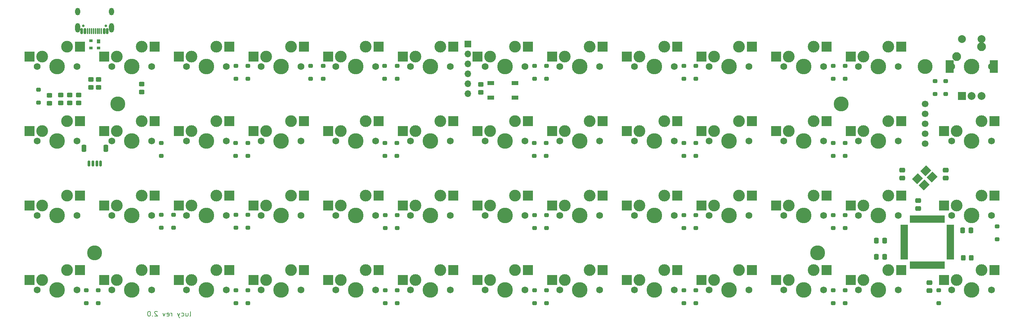
<source format=gbs>
G04 #@! TF.GenerationSoftware,KiCad,Pcbnew,(6.0.5-0)*
G04 #@! TF.CreationDate,2022-09-01T08:31:32-05:00*
G04 #@! TF.ProjectId,pcb,7063622e-6b69-4636-9164-5f7063625858,rev?*
G04 #@! TF.SameCoordinates,Original*
G04 #@! TF.FileFunction,Soldermask,Bot*
G04 #@! TF.FilePolarity,Negative*
%FSLAX46Y46*%
G04 Gerber Fmt 4.6, Leading zero omitted, Abs format (unit mm)*
G04 Created by KiCad (PCBNEW (6.0.5-0)) date 2022-09-01 08:31:32*
%MOMM*%
%LPD*%
G01*
G04 APERTURE LIST*
G04 Aperture macros list*
%AMRoundRect*
0 Rectangle with rounded corners*
0 $1 Rounding radius*
0 $2 $3 $4 $5 $6 $7 $8 $9 X,Y pos of 4 corners*
0 Add a 4 corners polygon primitive as box body*
4,1,4,$2,$3,$4,$5,$6,$7,$8,$9,$2,$3,0*
0 Add four circle primitives for the rounded corners*
1,1,$1+$1,$2,$3*
1,1,$1+$1,$4,$5*
1,1,$1+$1,$6,$7*
1,1,$1+$1,$8,$9*
0 Add four rect primitives between the rounded corners*
20,1,$1+$1,$2,$3,$4,$5,0*
20,1,$1+$1,$4,$5,$6,$7,0*
20,1,$1+$1,$6,$7,$8,$9,0*
20,1,$1+$1,$8,$9,$2,$3,0*%
%AMRotRect*
0 Rectangle, with rotation*
0 The origin of the aperture is its center*
0 $1 length*
0 $2 width*
0 $3 Rotation angle, in degrees counterclockwise*
0 Add horizontal line*
21,1,$1,$2,0,0,$3*%
G04 Aperture macros list end*
%ADD10C,0.200000*%
%ADD11C,3.000000*%
%ADD12C,1.750000*%
%ADD13C,3.987800*%
%ADD14R,2.550000X2.500000*%
%ADD15R,2.000000X2.000000*%
%ADD16C,2.000000*%
%ADD17R,2.000000X3.200000*%
%ADD18C,3.800000*%
%ADD19C,2.250000*%
%ADD20RoundRect,0.250000X-0.475000X0.337500X-0.475000X-0.337500X0.475000X-0.337500X0.475000X0.337500X0*%
%ADD21RoundRect,0.250000X0.350000X-0.250000X0.350000X0.250000X-0.350000X0.250000X-0.350000X-0.250000X0*%
%ADD22O,1.700000X1.700000*%
%ADD23R,1.700000X1.700000*%
%ADD24R,1.800000X1.100000*%
%ADD25RoundRect,0.200000X-0.750000X-0.250000X0.750000X-0.250000X0.750000X0.250000X-0.750000X0.250000X0*%
%ADD26RoundRect,0.200000X-0.250000X-0.750000X0.250000X-0.750000X0.250000X0.750000X-0.250000X0.750000X0*%
%ADD27RoundRect,0.250000X0.475000X-0.337500X0.475000X0.337500X-0.475000X0.337500X-0.475000X-0.337500X0*%
%ADD28RotRect,2.100000X1.800000X45.000000*%
%ADD29RoundRect,0.249999X0.450001X-0.325001X0.450001X0.325001X-0.450001X0.325001X-0.450001X-0.325001X0*%
%ADD30C,0.650000*%
%ADD31RoundRect,0.150000X-0.150000X-0.575000X0.150000X-0.575000X0.150000X0.575000X-0.150000X0.575000X0*%
%ADD32RoundRect,0.075000X-0.075000X-0.650000X0.075000X-0.650000X0.075000X0.650000X-0.075000X0.650000X0*%
%ADD33O,1.300000X2.400000*%
%ADD34O,1.300000X1.900000*%
%ADD35RoundRect,0.249999X-0.450001X0.325001X-0.450001X-0.325001X0.450001X-0.325001X0.450001X0.325001X0*%
%ADD36RoundRect,0.250000X-0.337500X-0.475000X0.337500X-0.475000X0.337500X0.475000X-0.337500X0.475000X0*%
%ADD37RoundRect,0.250000X0.337500X0.475000X-0.337500X0.475000X-0.337500X-0.475000X0.337500X-0.475000X0*%
%ADD38RoundRect,0.249999X0.325001X0.450001X-0.325001X0.450001X-0.325001X-0.450001X0.325001X-0.450001X0*%
%ADD39RoundRect,0.050000X-0.350000X0.500000X-0.350000X-0.500000X0.350000X-0.500000X0.350000X0.500000X0*%
%ADD40RoundRect,0.050000X-0.350000X0.300000X-0.350000X-0.300000X0.350000X-0.300000X0.350000X0.300000X0*%
%ADD41C,1.700000*%
%ADD42RoundRect,0.150000X-0.150000X-0.625000X0.150000X-0.625000X0.150000X0.625000X-0.150000X0.625000X0*%
%ADD43RoundRect,0.250000X-0.350000X-0.650000X0.350000X-0.650000X0.350000X0.650000X-0.350000X0.650000X0*%
G04 APERTURE END LIST*
D10*
X120750737Y-117065476D02*
X120869784Y-117005952D01*
X120929308Y-116886904D01*
X120929308Y-115815476D01*
X119738832Y-116232142D02*
X119738832Y-117065476D01*
X120274546Y-116232142D02*
X120274546Y-116886904D01*
X120215022Y-117005952D01*
X120095975Y-117065476D01*
X119917403Y-117065476D01*
X119798356Y-117005952D01*
X119738832Y-116946428D01*
X118607880Y-117005952D02*
X118726927Y-117065476D01*
X118965022Y-117065476D01*
X119084070Y-117005952D01*
X119143594Y-116946428D01*
X119203118Y-116827380D01*
X119203118Y-116470238D01*
X119143594Y-116351190D01*
X119084070Y-116291666D01*
X118965022Y-116232142D01*
X118726927Y-116232142D01*
X118607880Y-116291666D01*
X118191213Y-116232142D02*
X117893594Y-117065476D01*
X117595975Y-116232142D02*
X117893594Y-117065476D01*
X118012641Y-117363095D01*
X118072165Y-117422619D01*
X118191213Y-117482142D01*
X116167403Y-117065476D02*
X116167403Y-116232142D01*
X116167403Y-116470238D02*
X116107880Y-116351190D01*
X116048356Y-116291666D01*
X115929308Y-116232142D01*
X115810260Y-116232142D01*
X114917403Y-117005952D02*
X115036451Y-117065476D01*
X115274546Y-117065476D01*
X115393594Y-117005952D01*
X115453118Y-116886904D01*
X115453118Y-116410714D01*
X115393594Y-116291666D01*
X115274546Y-116232142D01*
X115036451Y-116232142D01*
X114917403Y-116291666D01*
X114857880Y-116410714D01*
X114857880Y-116529761D01*
X115453118Y-116648809D01*
X114441213Y-116232142D02*
X114143594Y-117065476D01*
X113845975Y-116232142D01*
X112476927Y-115934523D02*
X112417403Y-115875000D01*
X112298356Y-115815476D01*
X112000737Y-115815476D01*
X111881689Y-115875000D01*
X111822165Y-115934523D01*
X111762641Y-116053571D01*
X111762641Y-116172619D01*
X111822165Y-116351190D01*
X112536451Y-117065476D01*
X111762641Y-117065476D01*
X111226927Y-116946428D02*
X111167403Y-117005952D01*
X111226927Y-117065476D01*
X111286451Y-117005952D01*
X111226927Y-116946428D01*
X111226927Y-117065476D01*
X110393594Y-115815476D02*
X110274546Y-115815476D01*
X110155499Y-115875000D01*
X110095975Y-115934523D01*
X110036451Y-116053571D01*
X109976927Y-116291666D01*
X109976927Y-116589285D01*
X110036451Y-116827380D01*
X110095975Y-116946428D01*
X110155499Y-117005952D01*
X110274546Y-117065476D01*
X110393594Y-117065476D01*
X110512641Y-117005952D01*
X110572165Y-116946428D01*
X110631689Y-116827380D01*
X110691213Y-116589285D01*
X110691213Y-116291666D01*
X110631689Y-116053571D01*
X110572165Y-115934523D01*
X110512641Y-115875000D01*
X110393594Y-115815476D01*
D11*
X121180225Y-50653950D03*
D12*
X119910225Y-53193950D03*
D13*
X124990225Y-53193950D03*
D11*
X127530225Y-48113950D03*
D12*
X130070225Y-53193950D03*
D14*
X117905225Y-50653950D03*
X130832225Y-48113950D03*
D12*
X206270225Y-53193950D03*
D11*
X203730225Y-48113950D03*
X197380225Y-50653950D03*
D12*
X196110225Y-53193950D03*
D13*
X201190225Y-53193950D03*
D14*
X194105225Y-50653950D03*
X207032225Y-48113950D03*
D12*
X187220225Y-53193950D03*
D11*
X178330225Y-50653950D03*
X184680225Y-48113950D03*
D12*
X177060225Y-53193950D03*
D13*
X182140225Y-53193950D03*
D14*
X175055225Y-50653950D03*
X187982225Y-48113950D03*
D12*
X168170225Y-53193950D03*
D13*
X163090225Y-53193950D03*
D11*
X165630225Y-48113950D03*
X159280225Y-50653950D03*
D12*
X158010225Y-53193950D03*
D14*
X156005225Y-50653950D03*
X168932225Y-48113950D03*
D12*
X81810225Y-53193950D03*
D13*
X86890225Y-53193950D03*
D11*
X83080225Y-50653950D03*
X89430225Y-48113950D03*
D12*
X91970225Y-53193950D03*
D14*
X79805225Y-50653950D03*
X92732225Y-48113950D03*
D12*
X225320225Y-53193950D03*
D11*
X222780225Y-48113950D03*
D13*
X220240225Y-53193950D03*
D12*
X215160225Y-53193950D03*
D11*
X216430225Y-50653950D03*
D14*
X213155225Y-50653950D03*
X226082225Y-48113950D03*
D12*
X244370225Y-53193950D03*
D11*
X235480225Y-50653950D03*
X241830225Y-48113950D03*
D12*
X234210225Y-53193950D03*
D13*
X239290225Y-53193950D03*
D14*
X232205225Y-50653950D03*
X245132225Y-48113950D03*
D12*
X91970225Y-72243950D03*
D13*
X86890225Y-72243950D03*
D11*
X83080225Y-69703950D03*
D12*
X81810225Y-72243950D03*
D11*
X89430225Y-67163950D03*
D14*
X79805225Y-69703950D03*
X92732225Y-67163950D03*
D12*
X111020225Y-72243950D03*
D11*
X102130225Y-69703950D03*
D12*
X100860225Y-72243950D03*
D11*
X108480225Y-67163950D03*
D13*
X105940225Y-72243950D03*
D14*
X98855225Y-69703950D03*
X111782225Y-67163950D03*
D13*
X144045399Y-72243950D03*
D11*
X146585399Y-67163950D03*
D12*
X138965399Y-72243950D03*
X149125399Y-72243950D03*
D11*
X140235399Y-69703950D03*
D14*
X136960399Y-69703950D03*
X149887399Y-67163950D03*
D11*
X273580225Y-50653950D03*
D13*
X277390225Y-53193950D03*
D11*
X279930225Y-48113950D03*
D12*
X272310225Y-53193950D03*
X282470225Y-53193950D03*
D14*
X270305225Y-50653950D03*
X283232225Y-48113950D03*
D11*
X165630225Y-67163950D03*
X159280225Y-69703950D03*
D12*
X168170225Y-72243950D03*
X158010225Y-72243950D03*
D13*
X163090225Y-72243950D03*
D14*
X156005225Y-69703950D03*
X168932225Y-67163950D03*
D12*
X187220225Y-72243950D03*
D13*
X182140225Y-72243950D03*
D12*
X177060225Y-72243950D03*
D11*
X184680225Y-67163950D03*
X178330225Y-69703950D03*
D14*
X175055225Y-69703950D03*
X187982225Y-67163950D03*
D12*
X196110225Y-72243950D03*
D13*
X201190225Y-72243950D03*
D11*
X203730225Y-67163950D03*
D12*
X206270225Y-72243950D03*
D11*
X197380225Y-69703950D03*
D14*
X194105225Y-69703950D03*
X207032225Y-67163950D03*
D12*
X111020225Y-110343950D03*
D13*
X105940225Y-110343950D03*
D12*
X100860225Y-110343950D03*
D11*
X108480225Y-105263950D03*
X102130225Y-107803950D03*
D14*
X98855225Y-107803950D03*
X111782225Y-105263950D03*
D12*
X119910225Y-110343950D03*
D11*
X127530225Y-105263950D03*
D12*
X130070225Y-110343950D03*
D13*
X124990225Y-110343950D03*
D11*
X121180225Y-107803950D03*
D14*
X117905225Y-107803950D03*
X130832225Y-105263950D03*
D11*
X140230225Y-107803950D03*
X146580225Y-105263950D03*
D13*
X144040225Y-110343950D03*
D12*
X149120225Y-110343950D03*
X138960225Y-110343950D03*
D14*
X136955225Y-107803950D03*
X149882225Y-105263950D03*
D11*
X159280225Y-107803950D03*
D12*
X168170225Y-110343950D03*
D11*
X165630225Y-105263950D03*
D12*
X158010225Y-110343950D03*
D13*
X163090225Y-110343950D03*
D14*
X156005225Y-107803950D03*
X168932225Y-105263950D03*
D13*
X182140225Y-110343950D03*
D12*
X187220225Y-110343950D03*
D11*
X178330225Y-107803950D03*
X184680225Y-105263950D03*
D12*
X177060225Y-110343950D03*
D14*
X175055225Y-107803950D03*
X187982225Y-105263950D03*
D13*
X220240225Y-110343950D03*
D12*
X225320225Y-110343950D03*
D11*
X222780225Y-105263950D03*
D12*
X215160225Y-110343950D03*
D11*
X216430225Y-107803950D03*
D14*
X213155225Y-107803950D03*
X226082225Y-105263950D03*
D11*
X241830225Y-105263950D03*
X235480225Y-107803950D03*
D12*
X244370225Y-110343950D03*
X234210225Y-110343950D03*
D13*
X239290225Y-110343950D03*
D14*
X232205225Y-107803950D03*
X245132225Y-105263950D03*
D12*
X253260225Y-110343950D03*
D11*
X254530225Y-107803950D03*
X260880225Y-105263950D03*
D12*
X263420225Y-110343950D03*
D13*
X258340225Y-110343950D03*
D14*
X251255225Y-107803950D03*
X264182225Y-105263950D03*
D11*
X279930225Y-105263950D03*
D13*
X277390225Y-110343950D03*
D12*
X282470225Y-110343950D03*
X272310225Y-110343950D03*
D11*
X273580225Y-107803950D03*
D14*
X270305225Y-107803950D03*
X283232225Y-105263950D03*
D12*
X196110225Y-110343950D03*
X206270225Y-110343950D03*
D11*
X203730225Y-105263950D03*
D13*
X201190225Y-110343950D03*
D11*
X197380225Y-107803950D03*
D14*
X194105225Y-107803950D03*
X207032225Y-105263950D03*
D11*
X279930225Y-86213950D03*
D13*
X277390225Y-91293950D03*
D11*
X273580225Y-88753950D03*
D12*
X272310225Y-91293950D03*
X282470225Y-91293950D03*
D14*
X270305225Y-88753950D03*
X283232225Y-86213950D03*
D12*
X253260225Y-91293950D03*
D11*
X260880225Y-86213950D03*
D13*
X258340225Y-91293950D03*
D11*
X254530225Y-88753950D03*
D12*
X263420225Y-91293950D03*
D14*
X251255225Y-88753950D03*
X264182225Y-86213950D03*
D11*
X216430225Y-88753950D03*
D12*
X215160225Y-91293950D03*
D11*
X222780225Y-86213950D03*
D12*
X225320225Y-91293950D03*
D13*
X220240225Y-91293950D03*
D14*
X213155225Y-88753950D03*
X226082225Y-86213950D03*
D12*
X187220225Y-91293950D03*
X177060225Y-91293950D03*
D13*
X182140225Y-91293950D03*
D11*
X184680225Y-86213950D03*
X178330225Y-88753950D03*
D14*
X175055225Y-88753950D03*
X187982225Y-86213950D03*
D12*
X138960225Y-91293950D03*
D11*
X146580225Y-86213950D03*
D12*
X149120225Y-91293950D03*
D13*
X144040225Y-91293950D03*
D11*
X140230225Y-88753950D03*
D14*
X136955225Y-88753950D03*
X149882225Y-86213950D03*
D11*
X83080225Y-88753950D03*
X89430225Y-86213950D03*
D12*
X91970225Y-91293950D03*
X81810225Y-91293950D03*
D13*
X86890225Y-91293950D03*
D14*
X79805225Y-88753950D03*
X92732225Y-86213950D03*
D12*
X158010225Y-91293950D03*
D11*
X159280225Y-88753950D03*
X165630225Y-86213950D03*
D12*
X168170225Y-91293950D03*
D13*
X163090225Y-91293950D03*
D14*
X156005225Y-88753950D03*
X168932225Y-86213950D03*
D11*
X298980225Y-67163950D03*
D12*
X301520225Y-72243950D03*
D11*
X292630225Y-69703950D03*
D12*
X291360225Y-72243950D03*
D13*
X296440225Y-72243950D03*
D14*
X289355225Y-69703950D03*
X302282225Y-67163950D03*
D11*
X127530225Y-86213950D03*
D12*
X130070225Y-91293950D03*
D11*
X121180225Y-88753950D03*
D12*
X119910225Y-91293950D03*
D13*
X124990225Y-91293950D03*
D14*
X117905225Y-88753950D03*
X130832225Y-86213950D03*
D13*
X105940225Y-91293950D03*
D12*
X111020225Y-91293950D03*
D11*
X108480225Y-86213950D03*
X102130225Y-88753950D03*
D12*
X100860225Y-91293950D03*
D14*
X98855225Y-88753950D03*
X111782225Y-86213950D03*
D12*
X263420225Y-72243950D03*
D11*
X260880225Y-67163950D03*
D13*
X258340225Y-72243950D03*
D11*
X254530225Y-69703950D03*
D12*
X253260225Y-72243950D03*
D14*
X251255225Y-69703950D03*
X264182225Y-67163950D03*
D12*
X234210225Y-72243950D03*
D11*
X241830225Y-67163950D03*
D13*
X239290225Y-72243950D03*
D11*
X235480225Y-69703950D03*
D12*
X244370225Y-72243950D03*
D14*
X232205225Y-69703950D03*
X245132225Y-67163950D03*
D11*
X273580225Y-69703950D03*
D13*
X277390225Y-72243950D03*
D12*
X282470225Y-72243950D03*
D11*
X279930225Y-67163950D03*
D12*
X272310225Y-72243950D03*
D14*
X270305225Y-69703950D03*
X283232225Y-67163950D03*
D11*
X298980225Y-105263950D03*
D12*
X291360225Y-110343950D03*
D13*
X296440225Y-110343950D03*
D12*
X301520225Y-110343950D03*
D11*
X292630225Y-107803950D03*
D14*
X289355225Y-107803950D03*
X302282225Y-105263950D03*
D11*
X298980225Y-86213950D03*
X292630225Y-88753950D03*
D13*
X296440225Y-91293950D03*
D12*
X301520225Y-91293950D03*
X291360225Y-91293950D03*
D14*
X289355225Y-88753950D03*
X302282225Y-86213950D03*
D11*
X292630225Y-50653950D03*
D13*
X296440225Y-53193950D03*
D12*
X301520225Y-53193950D03*
X291360225Y-53193950D03*
D11*
X298980225Y-48113950D03*
D14*
X289355225Y-50653950D03*
X302282225Y-48113950D03*
D15*
X317752725Y-60693950D03*
D16*
X322752725Y-60693950D03*
X320252725Y-60693950D03*
D17*
X314652725Y-53193950D03*
X325852725Y-53193950D03*
D16*
X322752725Y-46193950D03*
X317752725Y-46193950D03*
D11*
X108480225Y-48113950D03*
X102130225Y-50653950D03*
D12*
X111020225Y-53193950D03*
X100860225Y-53193950D03*
D13*
X105940225Y-53193950D03*
D14*
X98855225Y-50653950D03*
X111782225Y-48113950D03*
D13*
X144040225Y-53193950D03*
D12*
X149120225Y-53193950D03*
D11*
X140230225Y-50653950D03*
D12*
X138960225Y-53193950D03*
D11*
X146580225Y-48113950D03*
D14*
X136955225Y-50653950D03*
X149882225Y-48113950D03*
D13*
X320252785Y-110344230D03*
D11*
X322792785Y-105264230D03*
D12*
X315172785Y-110344230D03*
X325332785Y-110344230D03*
D11*
X316442785Y-107804230D03*
D14*
X313167785Y-107804230D03*
X326094785Y-105264230D03*
D12*
X315172785Y-72244070D03*
D11*
X316442785Y-69704070D03*
X322792785Y-67164070D03*
D12*
X325332785Y-72244070D03*
D13*
X320252785Y-72244070D03*
D14*
X313167785Y-69704070D03*
X326094785Y-67164070D03*
D11*
X316442785Y-88754150D03*
X322792785Y-86214150D03*
D12*
X325332785Y-91294150D03*
D13*
X320252785Y-91294150D03*
D12*
X315172785Y-91294150D03*
D14*
X313167785Y-88754150D03*
X326094785Y-86214150D03*
D13*
X201190225Y-91293950D03*
D11*
X203730225Y-86213950D03*
D12*
X206270225Y-91293950D03*
X196110225Y-91293950D03*
D11*
X197380225Y-88753950D03*
D14*
X194105225Y-88753950D03*
X207032225Y-86213950D03*
D11*
X241830225Y-86213950D03*
D12*
X244370225Y-91293950D03*
D13*
X239290225Y-91293950D03*
D12*
X234210225Y-91293950D03*
D11*
X235480225Y-88753950D03*
D14*
X232205225Y-88753950D03*
X245132225Y-86213950D03*
D12*
X91970225Y-110343950D03*
D11*
X89430225Y-105263950D03*
D12*
X81810225Y-110343950D03*
D11*
X83080225Y-107803950D03*
D13*
X86890225Y-110343950D03*
D14*
X79805225Y-107803950D03*
X92732225Y-105263950D03*
D11*
X254530225Y-50653950D03*
X260880225Y-48113950D03*
D12*
X253260225Y-53193950D03*
D13*
X258340225Y-53193950D03*
D12*
X263420225Y-53193950D03*
D14*
X251255225Y-50653950D03*
X264182225Y-48113950D03*
D11*
X121180225Y-69703950D03*
X127530225Y-67163950D03*
D12*
X119910225Y-72243950D03*
D13*
X124990225Y-72243950D03*
D12*
X130070225Y-72243950D03*
D14*
X117905225Y-69703950D03*
X130832225Y-67163950D03*
D12*
X215160225Y-72243950D03*
D13*
X220240225Y-72243950D03*
D11*
X222780225Y-67163950D03*
D12*
X225320225Y-72243950D03*
D11*
X216430225Y-69703950D03*
D14*
X213155225Y-69703950D03*
X226082225Y-67163950D03*
D18*
X308346661Y-53193950D03*
X286915393Y-62718958D03*
X280962271Y-100818990D03*
X96415233Y-100818990D03*
X102368363Y-62718958D03*
D12*
X325332725Y-53193950D03*
D13*
X320252725Y-53193950D03*
D12*
X315172725Y-53193950D03*
D19*
X316442725Y-50653950D03*
X322792725Y-48113950D03*
D20*
X309490225Y-108456450D03*
X309490225Y-110531450D03*
D21*
X116590225Y-94443950D03*
X116590225Y-91143950D03*
X208590225Y-76043950D03*
X208590225Y-72743950D03*
X170490225Y-76043950D03*
X170490225Y-72743950D03*
X135581415Y-76043950D03*
X135581415Y-72743950D03*
X113490225Y-76043950D03*
X113490225Y-72743950D03*
X284890625Y-56306250D03*
X284890625Y-53006250D03*
X249881415Y-56306250D03*
X249881415Y-53006250D03*
X211781415Y-56306250D03*
X211781415Y-53006250D03*
X208681415Y-56306250D03*
X208681415Y-53006250D03*
X173651789Y-56333377D03*
X173651789Y-53033377D03*
X170476789Y-56333377D03*
X170476789Y-53033377D03*
X154751789Y-56306250D03*
X154751789Y-53006250D03*
X287990625Y-113750000D03*
X287990625Y-110450000D03*
X284890625Y-113750000D03*
X284890625Y-110450000D03*
X249890625Y-113713123D03*
X249890625Y-110413123D03*
X246790625Y-113706250D03*
X246790625Y-110406250D03*
X211783999Y-113706250D03*
X211783999Y-110406250D03*
X208700000Y-113706250D03*
X208700000Y-110406250D03*
X211790625Y-94506250D03*
X211790625Y-91206250D03*
X284890625Y-76043950D03*
X284890625Y-72743950D03*
X208690625Y-94506250D03*
X208690625Y-91206250D03*
X170585999Y-94506250D03*
X170585999Y-91206250D03*
X132490225Y-94443950D03*
X132490225Y-91143950D03*
X287990625Y-76043950D03*
X287990625Y-72743950D03*
X284890625Y-94506250D03*
X284890625Y-91206250D03*
X249890625Y-94506250D03*
X249890625Y-91206250D03*
X246790625Y-94506250D03*
X246790625Y-91206250D03*
X173690625Y-113706250D03*
X173690625Y-110406250D03*
X151576789Y-56306250D03*
X151576789Y-53006250D03*
X211690225Y-76043950D03*
X211690225Y-72743950D03*
D22*
X191665313Y-60143950D03*
X191665313Y-49983950D03*
X191665313Y-55063950D03*
X191665313Y-57603950D03*
X191665313Y-52523950D03*
D23*
X191665313Y-47443950D03*
D21*
X287990625Y-56306250D03*
X287990625Y-53006250D03*
X311790625Y-113750000D03*
X311790625Y-110450000D03*
X313590225Y-60243950D03*
X313590225Y-56943950D03*
X326690225Y-97343950D03*
X326690225Y-94043950D03*
D24*
X203690225Y-57443950D03*
X197490225Y-61143950D03*
X203690225Y-61143950D03*
X197490225Y-57443950D03*
D25*
X302990225Y-102093950D03*
X302990225Y-101293950D03*
X302990225Y-100493950D03*
X302990225Y-99693950D03*
X302990225Y-98893950D03*
X302990225Y-98093950D03*
X302990225Y-97293950D03*
X302990225Y-96493950D03*
X302990225Y-95693950D03*
X302990225Y-94893950D03*
X302990225Y-94093950D03*
D26*
X304890225Y-92193950D03*
X305690225Y-92193950D03*
X306490225Y-92193950D03*
X307290225Y-92193950D03*
X308090225Y-92193950D03*
X308890225Y-92193950D03*
X309690225Y-92193950D03*
X310490225Y-92193950D03*
X311290225Y-92193950D03*
X312090225Y-92193950D03*
X312890225Y-92193950D03*
D25*
X314790225Y-94093950D03*
X314790225Y-94893950D03*
X314790225Y-95693950D03*
X314790225Y-96493950D03*
X314790225Y-97293950D03*
X314790225Y-98093950D03*
X314790225Y-98893950D03*
X314790225Y-99693950D03*
X314790225Y-100493950D03*
X314790225Y-101293950D03*
X314790225Y-102093950D03*
D26*
X312890225Y-103993950D03*
X312090225Y-103993950D03*
X311290225Y-103993950D03*
X310490225Y-103993950D03*
X309690225Y-103993950D03*
X308890225Y-103993950D03*
X308090225Y-103993950D03*
X307290225Y-103993950D03*
X306490225Y-103993950D03*
X305690225Y-103993950D03*
X304890225Y-103993950D03*
D27*
X306590225Y-89531450D03*
X306590225Y-87456450D03*
X313590225Y-81731450D03*
X313590225Y-79656450D03*
X302490225Y-81731450D03*
X302490225Y-79656450D03*
D28*
X306451747Y-81906082D03*
X308502357Y-79855472D03*
X310128703Y-81481818D03*
X308078093Y-83532428D03*
D29*
X92390225Y-62518950D03*
X92390225Y-60468950D03*
D30*
X93525217Y-42765450D03*
X99305217Y-42765450D03*
D31*
X93165217Y-44091450D03*
X93965217Y-44091450D03*
D32*
X95165217Y-44091450D03*
X96161217Y-44091450D03*
X96665217Y-44091450D03*
X97665217Y-44091450D03*
D31*
X99665217Y-44091450D03*
X98865217Y-44091450D03*
D32*
X98165217Y-44091450D03*
X97165217Y-44091450D03*
X95665217Y-44091450D03*
X94665217Y-44091450D03*
D33*
X100715217Y-43316450D03*
D34*
X100715217Y-39116450D03*
X92115217Y-39116450D03*
D33*
X92115217Y-43316450D03*
D29*
X97490625Y-58518950D03*
X97490625Y-56468950D03*
X84940225Y-62568950D03*
X84940225Y-60518950D03*
D35*
X90090225Y-60468950D03*
X90090225Y-62518950D03*
D29*
X87790225Y-62518950D03*
X87790225Y-60468950D03*
D21*
X135590625Y-113706250D03*
X135590625Y-110406250D03*
X132490625Y-113713123D03*
X132490625Y-110413123D03*
D36*
X317952725Y-95093950D03*
X320027725Y-95093950D03*
D29*
X95490625Y-58518950D03*
X95490625Y-56468950D03*
D37*
X298027725Y-101893950D03*
X295952725Y-101893950D03*
X298027725Y-97693950D03*
X295952725Y-97693950D03*
D38*
X320115225Y-102093950D03*
X318065225Y-102093950D03*
D21*
X82090225Y-62443950D03*
X82090225Y-59143950D03*
X94290225Y-113743950D03*
X94290225Y-110443950D03*
X97390225Y-113743950D03*
X97390225Y-110443950D03*
X170590625Y-113706250D03*
X170590625Y-110406250D03*
X135590225Y-94443950D03*
X135590225Y-91143950D03*
X173650000Y-94506250D03*
X173650000Y-91206250D03*
X287990625Y-94506250D03*
X287990625Y-91206250D03*
X113490225Y-94443950D03*
X113490225Y-91143950D03*
X135581415Y-56306250D03*
X135581415Y-53006250D03*
X310890225Y-60243950D03*
X310890225Y-56943950D03*
X246781415Y-56306250D03*
X246781415Y-53006250D03*
X132490625Y-56299950D03*
X132490625Y-52999950D03*
D29*
X194990225Y-59818950D03*
X194990225Y-57768950D03*
D21*
X249881415Y-76043950D03*
X249881415Y-72743950D03*
X246781415Y-76043950D03*
X246781415Y-72743950D03*
X173590225Y-76043950D03*
X173590225Y-72743950D03*
X132431415Y-76043950D03*
X132431415Y-72743950D03*
D29*
X108465225Y-59693950D03*
X108465225Y-57643950D03*
D39*
X97490625Y-46743950D03*
D40*
X97490625Y-48443950D03*
X95490625Y-48443950D03*
X95490625Y-46543950D03*
D41*
X308390225Y-67843950D03*
X308390225Y-70383950D03*
X308390225Y-72923950D03*
X308390225Y-65303950D03*
X308390225Y-62763950D03*
D42*
X94990225Y-77993950D03*
X95990225Y-77993950D03*
X96990225Y-77993950D03*
X97990225Y-77993950D03*
D43*
X99290225Y-74118950D03*
X93690225Y-74118950D03*
M02*

</source>
